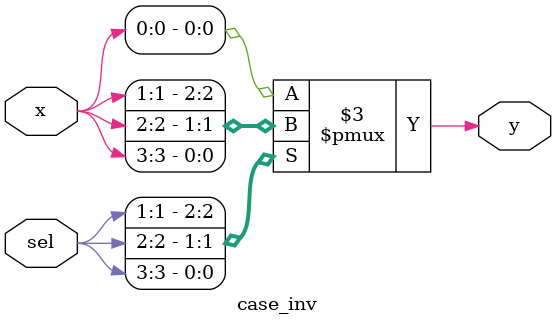
<source format=v>
module case_inv(sel,x,y);
    input [3:0] sel;
    input [3:0] x;
    output reg y;
    
    always @(*)
        begin
            (* parallel_case *)
            case(1'b1)
                sel[0]:
                    y=x[0];
                sel[1]:
                    y=x[1];
                sel[2]:
                    y=x[2];
                sel[3]:
                    y=x[3];
                default:
                    y=x[0];
            endcase
        end
endmodule

</source>
